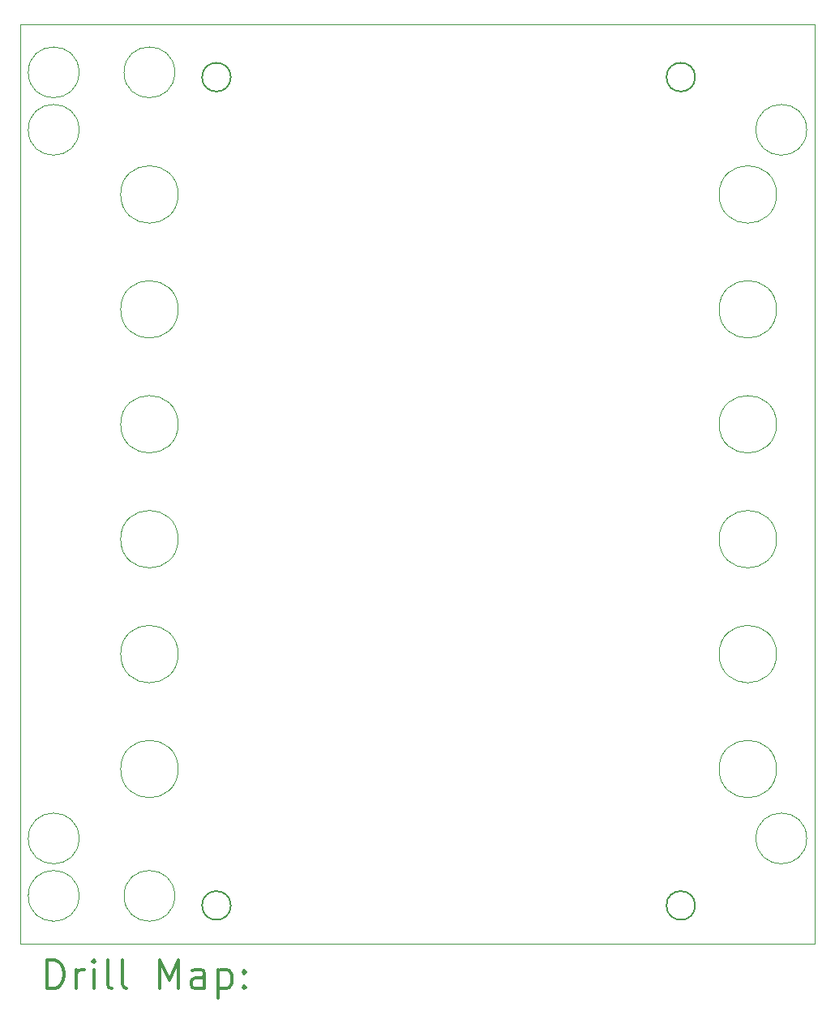
<source format=gbr>
%FSLAX45Y45*%
G04 Gerber Fmt 4.5, Leading zero omitted, Abs format (unit mm)*
G04 Created by KiCad (PCBNEW (5.1.10)-1) date 2022-04-02 15:38:54*
%MOMM*%
%LPD*%
G01*
G04 APERTURE LIST*
%TA.AperFunction,Profile*%
%ADD10C,0.050000*%
%TD*%
%TA.AperFunction,Profile*%
%ADD11C,0.150000*%
%TD*%
%ADD12C,0.200000*%
%ADD13C,0.300000*%
G04 APERTURE END LIST*
D10*
X16900000Y-6875000D02*
G75*
G03*
X16900000Y-6875000I-300000J0D01*
G01*
X16900000Y-8075000D02*
G75*
G03*
X16900000Y-8075000I-300000J0D01*
G01*
X16900000Y-9275000D02*
G75*
G03*
X16900000Y-9275000I-300000J0D01*
G01*
X16900000Y-10475000D02*
G75*
G03*
X16900000Y-10475000I-300000J0D01*
G01*
X16900000Y-11675000D02*
G75*
G03*
X16900000Y-11675000I-300000J0D01*
G01*
X16900000Y-12875000D02*
G75*
G03*
X16900000Y-12875000I-300000J0D01*
G01*
X10650000Y-6875000D02*
G75*
G03*
X10650000Y-6875000I-300000J0D01*
G01*
X10650000Y-8075000D02*
G75*
G03*
X10650000Y-8075000I-300000J0D01*
G01*
X10650000Y-9275000D02*
G75*
G03*
X10650000Y-9275000I-300000J0D01*
G01*
X10650000Y-10475000D02*
G75*
G03*
X10650000Y-10475000I-300000J0D01*
G01*
X10650000Y-11675000D02*
G75*
G03*
X10650000Y-11675000I-300000J0D01*
G01*
X10650000Y-12875000D02*
G75*
G03*
X10650000Y-12875000I-300000J0D01*
G01*
X17215000Y-13600000D02*
G75*
G03*
X17215000Y-13600000I-265000J0D01*
G01*
X17215000Y-6200000D02*
G75*
G03*
X17215000Y-6200000I-265000J0D01*
G01*
X10615000Y-5600000D02*
G75*
G03*
X10615000Y-5600000I-265000J0D01*
G01*
X9615000Y-5600000D02*
G75*
G03*
X9615000Y-5600000I-265000J0D01*
G01*
X9615000Y-6200000D02*
G75*
G03*
X9615000Y-6200000I-265000J0D01*
G01*
X10615000Y-14200000D02*
G75*
G03*
X10615000Y-14200000I-265000J0D01*
G01*
X9615000Y-14200000D02*
G75*
G03*
X9615000Y-14200000I-265000J0D01*
G01*
X9615000Y-13600000D02*
G75*
G03*
X9615000Y-13600000I-265000J0D01*
G01*
D11*
X11200000Y-14300000D02*
G75*
G03*
X11200000Y-14300000I-150000J0D01*
G01*
X16050000Y-14300000D02*
G75*
G03*
X16050000Y-14300000I-150000J0D01*
G01*
X16050000Y-5650000D02*
G75*
G03*
X16050000Y-5650000I-150000J0D01*
G01*
X11200000Y-5650000D02*
G75*
G03*
X11200000Y-5650000I-150000J0D01*
G01*
D10*
X9000000Y-14700000D02*
X17300000Y-14700000D01*
X9000000Y-5100000D02*
X9000000Y-14700000D01*
X17300000Y-5100000D02*
X9000000Y-5100000D01*
X17300000Y-5100000D02*
X17300000Y-14700000D01*
D12*
D13*
X9283928Y-15168214D02*
X9283928Y-14868214D01*
X9355357Y-14868214D01*
X9398214Y-14882500D01*
X9426786Y-14911071D01*
X9441071Y-14939643D01*
X9455357Y-14996786D01*
X9455357Y-15039643D01*
X9441071Y-15096786D01*
X9426786Y-15125357D01*
X9398214Y-15153929D01*
X9355357Y-15168214D01*
X9283928Y-15168214D01*
X9583928Y-15168214D02*
X9583928Y-14968214D01*
X9583928Y-15025357D02*
X9598214Y-14996786D01*
X9612500Y-14982500D01*
X9641071Y-14968214D01*
X9669643Y-14968214D01*
X9769643Y-15168214D02*
X9769643Y-14968214D01*
X9769643Y-14868214D02*
X9755357Y-14882500D01*
X9769643Y-14896786D01*
X9783928Y-14882500D01*
X9769643Y-14868214D01*
X9769643Y-14896786D01*
X9955357Y-15168214D02*
X9926786Y-15153929D01*
X9912500Y-15125357D01*
X9912500Y-14868214D01*
X10112500Y-15168214D02*
X10083928Y-15153929D01*
X10069643Y-15125357D01*
X10069643Y-14868214D01*
X10455357Y-15168214D02*
X10455357Y-14868214D01*
X10555357Y-15082500D01*
X10655357Y-14868214D01*
X10655357Y-15168214D01*
X10926786Y-15168214D02*
X10926786Y-15011071D01*
X10912500Y-14982500D01*
X10883928Y-14968214D01*
X10826786Y-14968214D01*
X10798214Y-14982500D01*
X10926786Y-15153929D02*
X10898214Y-15168214D01*
X10826786Y-15168214D01*
X10798214Y-15153929D01*
X10783928Y-15125357D01*
X10783928Y-15096786D01*
X10798214Y-15068214D01*
X10826786Y-15053929D01*
X10898214Y-15053929D01*
X10926786Y-15039643D01*
X11069643Y-14968214D02*
X11069643Y-15268214D01*
X11069643Y-14982500D02*
X11098214Y-14968214D01*
X11155357Y-14968214D01*
X11183928Y-14982500D01*
X11198214Y-14996786D01*
X11212500Y-15025357D01*
X11212500Y-15111071D01*
X11198214Y-15139643D01*
X11183928Y-15153929D01*
X11155357Y-15168214D01*
X11098214Y-15168214D01*
X11069643Y-15153929D01*
X11341071Y-15139643D02*
X11355357Y-15153929D01*
X11341071Y-15168214D01*
X11326786Y-15153929D01*
X11341071Y-15139643D01*
X11341071Y-15168214D01*
X11341071Y-14982500D02*
X11355357Y-14996786D01*
X11341071Y-15011071D01*
X11326786Y-14996786D01*
X11341071Y-14982500D01*
X11341071Y-15011071D01*
M02*

</source>
